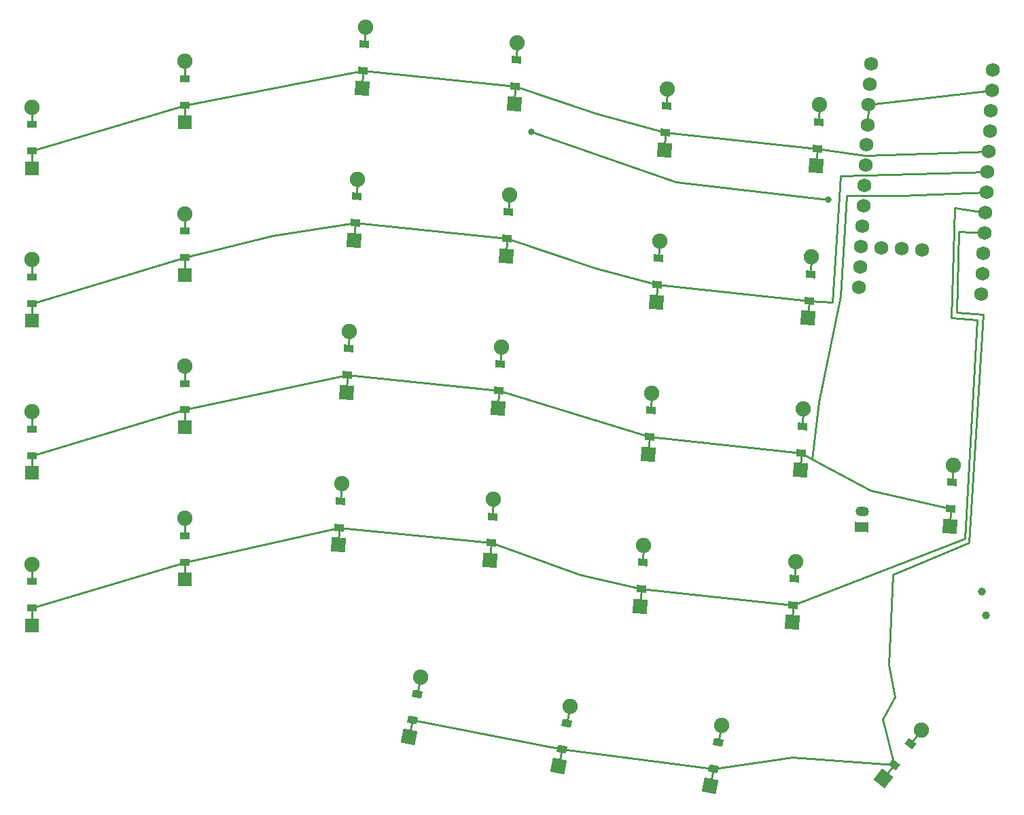
<source format=gbr>
%TF.GenerationSoftware,KiCad,Pcbnew,8.0.4*%
%TF.CreationDate,2024-09-16T15:22:01-06:00*%
%TF.ProjectId,left_board,6c656674-5f62-46f6-9172-642e6b696361,v1.0.0*%
%TF.SameCoordinates,Original*%
%TF.FileFunction,Copper,L1,Top*%
%TF.FilePolarity,Positive*%
%FSLAX46Y46*%
G04 Gerber Fmt 4.6, Leading zero omitted, Abs format (unit mm)*
G04 Created by KiCad (PCBNEW 8.0.4) date 2024-09-16 15:22:01*
%MOMM*%
%LPD*%
G01*
G04 APERTURE LIST*
G04 Aperture macros list*
%AMHorizOval*
0 Thick line with rounded ends*
0 $1 width*
0 $2 $3 position (X,Y) of the first rounded end (center of the circle)*
0 $4 $5 position (X,Y) of the second rounded end (center of the circle)*
0 Add line between two ends*
20,1,$1,$2,$3,$4,$5,0*
0 Add two circle primitives to create the rounded ends*
1,1,$1,$2,$3*
1,1,$1,$4,$5*%
%AMRotRect*
0 Rectangle, with rotation*
0 The origin of the aperture is its center*
0 $1 length*
0 $2 width*
0 $3 Rotation angle, in degrees counterclockwise*
0 Add horizontal line*
21,1,$1,$2,0,0,$3*%
G04 Aperture macros list end*
%TA.AperFunction,WasherPad*%
%ADD10C,1.000000*%
%TD*%
%TA.AperFunction,ComponentPad*%
%ADD11RotRect,1.778000X1.778000X87.000000*%
%TD*%
%TA.AperFunction,SMDPad,CuDef*%
%ADD12RotRect,0.900000X1.200000X87.000000*%
%TD*%
%TA.AperFunction,ComponentPad*%
%ADD13C,1.905000*%
%TD*%
%TA.AperFunction,ComponentPad*%
%ADD14RotRect,1.778000X1.778000X79.000000*%
%TD*%
%TA.AperFunction,SMDPad,CuDef*%
%ADD15RotRect,0.900000X1.200000X79.000000*%
%TD*%
%TA.AperFunction,ComponentPad*%
%ADD16C,1.752600*%
%TD*%
%TA.AperFunction,ComponentPad*%
%ADD17R,1.778000X1.778000*%
%TD*%
%TA.AperFunction,SMDPad,CuDef*%
%ADD18R,1.200000X0.900000*%
%TD*%
%TA.AperFunction,ComponentPad*%
%ADD19RotRect,1.200000X1.700000X87.000000*%
%TD*%
%TA.AperFunction,ComponentPad*%
%ADD20HorizOval,1.200000X-0.249657X0.013084X0.249657X-0.013084X0*%
%TD*%
%TA.AperFunction,ComponentPad*%
%ADD21RotRect,1.778000X1.778000X52.000000*%
%TD*%
%TA.AperFunction,SMDPad,CuDef*%
%ADD22RotRect,0.900000X1.200000X52.000000*%
%TD*%
%TA.AperFunction,ViaPad*%
%ADD23C,0.800000*%
%TD*%
%TA.AperFunction,Conductor*%
%ADD24C,0.250000*%
%TD*%
G04 APERTURE END LIST*
D10*
%TO.P,T1,*%
%TO.N,*%
X276326097Y-164506435D03*
X276847041Y-167460859D03*
%TD*%
D11*
%TO.P,D13,1*%
%TO.N,P115*%
X215059692Y-160632736D03*
D12*
X215172738Y-158475696D03*
%TO.P,D13,2*%
%TO.N,three_bottom*%
X215345446Y-155180218D03*
D13*
X215458492Y-153023178D03*
%TD*%
D14*
%TO.P,D25,1*%
%TO.N,P113*%
X204935649Y-182685083D03*
D15*
X205347796Y-180564768D03*
%TO.P,D25,2*%
%TO.N,near_thumb*%
X205977466Y-177325398D03*
D13*
X206389613Y-175205083D03*
%TD*%
D11*
%TO.P,D19,1*%
%TO.N,P029*%
X235773169Y-128435170D03*
D12*
X235886215Y-126278130D03*
%TO.P,D19,2*%
%TO.N,four_qwerty*%
X236058923Y-122982652D03*
D13*
X236171969Y-120825612D03*
%TD*%
D16*
%TO.P,MCU1,1*%
%TO.N,P006*%
X262495331Y-98712965D03*
%TO.P,MCU1,2*%
%TO.N,P008*%
X262362398Y-101249484D03*
%TO.P,MCU1,3*%
%TO.N,GND*%
X262229465Y-103786003D03*
%TO.P,MCU1,4*%
X262096531Y-106322522D03*
%TO.P,MCU1,5*%
%TO.N,P017*%
X261963598Y-108859041D03*
%TO.P,MCU1,6*%
%TO.N,P020*%
X261830665Y-111395561D03*
%TO.P,MCU1,7*%
%TO.N,P022*%
X261697731Y-113932080D03*
%TO.P,MCU1,8*%
%TO.N,P024*%
X261564798Y-116468599D03*
%TO.P,MCU1,9*%
%TO.N,P100*%
X261431865Y-119005118D03*
%TO.P,MCU1,10*%
%TO.N,P011*%
X261298931Y-121541637D03*
%TO.P,MCU1,11*%
%TO.N,P104*%
X261165998Y-124078156D03*
%TO.P,MCU1,12*%
%TO.N,P106*%
X261033065Y-126614675D03*
%TO.P,MCU1,13*%
%TO.N,P009*%
X276252179Y-127412275D03*
%TO.P,MCU1,14*%
%TO.N,P010*%
X276385112Y-124875756D03*
%TO.P,MCU1,15*%
%TO.N,P111*%
X276518045Y-122339237D03*
%TO.P,MCU1,16*%
%TO.N,P113*%
X276650979Y-119802718D03*
%TO.P,MCU1,17*%
%TO.N,P115*%
X276783912Y-117266199D03*
%TO.P,MCU1,18*%
%TO.N,P002*%
X276916845Y-114729679D03*
%TO.P,MCU1,19*%
%TO.N,P029*%
X277049779Y-112193160D03*
%TO.P,MCU1,20*%
%TO.N,P031*%
X277182712Y-109656641D03*
%TO.P,MCU1,21*%
%TO.N,VCC*%
X277315645Y-107120122D03*
%TO.P,MCU1,22*%
%TO.N,RST*%
X277448579Y-104583603D03*
%TO.P,MCU1,23*%
%TO.N,GND*%
X277581512Y-102047084D03*
%TO.P,MCU1,24*%
%TO.N,RAW*%
X277714445Y-99510565D03*
%TO.P,MCU1,31*%
%TO.N,P101*%
X263835450Y-121674570D03*
%TO.P,MCU1,32*%
%TO.N,P102*%
X266371969Y-121807503D03*
%TO.P,MCU1,33*%
%TO.N,P107*%
X268908488Y-121940437D03*
%TD*%
D11*
%TO.P,D14,1*%
%TO.N,P002*%
X216054075Y-141658775D03*
D12*
X216167121Y-139501735D03*
%TO.P,D14,2*%
%TO.N,three_home*%
X216339829Y-136206257D03*
D13*
X216452875Y-134049217D03*
%TD*%
D11*
%TO.P,D21,1*%
%TO.N,P115*%
X252706028Y-168376105D03*
D12*
X252819074Y-166219065D03*
%TO.P,D21,2*%
%TO.N,five_bottom*%
X252991782Y-162923587D03*
D13*
X253104828Y-160766547D03*
%TD*%
D17*
%TO.P,D7,1*%
%TO.N,P029*%
X176979120Y-125040988D03*
D18*
X176979120Y-122880988D03*
%TO.P,D7,2*%
%TO.N,one_qwerty*%
X176979120Y-119580988D03*
D13*
X176979120Y-117420988D03*
%TD*%
D17*
%TO.P,D6,1*%
%TO.N,P002*%
X176979120Y-144040988D03*
D18*
X176979120Y-141880988D03*
%TO.P,D6,2*%
%TO.N,one_home*%
X176979120Y-138580988D03*
D13*
X176979120Y-136420988D03*
%TD*%
D14*
%TO.P,D27,1*%
%TO.N,P113*%
X242475993Y-188708791D03*
D15*
X242888140Y-186588476D03*
%TO.P,D27,2*%
%TO.N,far_thumb*%
X243517810Y-183349106D03*
D13*
X243929957Y-181228791D03*
%TD*%
D19*
%TO.P,JST1,1*%
%TO.N,pos*%
X261339320Y-156501663D03*
D20*
%TO.P,JST1,2*%
%TO.N,GND*%
X261443992Y-154504403D03*
%TD*%
D14*
%TO.P,D26,1*%
%TO.N,P113*%
X223586565Y-186310454D03*
D15*
X223998712Y-184190139D03*
%TO.P,D26,2*%
%TO.N,home_thumb*%
X224628382Y-180950769D03*
D13*
X225040529Y-178830454D03*
%TD*%
D11*
%TO.P,D18,1*%
%TO.N,P002*%
X234778786Y-147409131D03*
D12*
X234891832Y-145252091D03*
%TO.P,D18,2*%
%TO.N,four_home*%
X235064540Y-141956613D03*
D13*
X235177586Y-139799573D03*
%TD*%
D11*
%TO.P,D24,1*%
%TO.N,P031*%
X255689178Y-111454221D03*
D12*
X255802224Y-109297181D03*
%TO.P,D24,2*%
%TO.N,five_number*%
X255974932Y-106001703D03*
D13*
X256087978Y-103844663D03*
%TD*%
D11*
%TO.P,D29,1*%
%TO.N,P002*%
X272360357Y-156388304D03*
D12*
X272473403Y-154231264D03*
%TO.P,D29,2*%
%TO.N,curly_square*%
X272646111Y-150935786D03*
D13*
X272759157Y-148778746D03*
%TD*%
D17*
%TO.P,D3,1*%
%TO.N,P029*%
X157979120Y-130755988D03*
D18*
X157979120Y-128595988D03*
%TO.P,D3,2*%
%TO.N,function_keys_qwerty*%
X157979120Y-125295988D03*
D13*
X157979120Y-123135988D03*
%TD*%
D11*
%TO.P,D22,1*%
%TO.N,P002*%
X253700411Y-149402144D03*
D12*
X253813457Y-147245104D03*
%TO.P,D22,2*%
%TO.N,five_home*%
X253986165Y-143949626D03*
D13*
X254099211Y-141792586D03*
%TD*%
D17*
%TO.P,D8,1*%
%TO.N,P031*%
X176979120Y-106040988D03*
D18*
X176979120Y-103880988D03*
%TO.P,D8,2*%
%TO.N,one_number*%
X176979120Y-100580988D03*
D13*
X176979120Y-98420988D03*
%TD*%
D11*
%TO.P,D15,1*%
%TO.N,P029*%
X217048458Y-122684813D03*
D12*
X217161504Y-120527773D03*
%TO.P,D15,2*%
%TO.N,three_qwerty*%
X217334212Y-117232295D03*
D13*
X217447258Y-115075255D03*
%TD*%
D11*
%TO.P,D12,1*%
%TO.N,P031*%
X199118730Y-101765274D03*
D12*
X199231776Y-99608234D03*
%TO.P,D12,2*%
%TO.N,two_number*%
X199404484Y-96312756D03*
D13*
X199517530Y-94155716D03*
%TD*%
D11*
%TO.P,D10,1*%
%TO.N,P002*%
X197129964Y-139713197D03*
D12*
X197243010Y-137556157D03*
%TO.P,D10,2*%
%TO.N,two_home*%
X197415718Y-134260679D03*
D13*
X197528764Y-132103639D03*
%TD*%
D11*
%TO.P,D23,1*%
%TO.N,P029*%
X254694794Y-130428182D03*
D12*
X254807840Y-128271142D03*
%TO.P,D23,2*%
%TO.N,five_qwerty*%
X254980548Y-124975664D03*
D13*
X255093594Y-122818624D03*
%TD*%
D11*
%TO.P,D17,1*%
%TO.N,P115*%
X233784403Y-166383092D03*
D12*
X233897449Y-164226052D03*
%TO.P,D17,2*%
%TO.N,four_bottom*%
X234070157Y-160930574D03*
D13*
X234183203Y-158773534D03*
%TD*%
D17*
%TO.P,D2,1*%
%TO.N,P002*%
X157979120Y-149755988D03*
D18*
X157979120Y-147595988D03*
%TO.P,D2,2*%
%TO.N,function_keys_home*%
X157979120Y-144295988D03*
D13*
X157979120Y-142135988D03*
%TD*%
D17*
%TO.P,D1,1*%
%TO.N,P115*%
X157979120Y-168755988D03*
D18*
X157979120Y-166595988D03*
%TO.P,D1,2*%
%TO.N,function_keys_bottom*%
X157979120Y-163295988D03*
D13*
X157979120Y-161135988D03*
%TD*%
D21*
%TO.P,D28,1*%
%TO.N,P113*%
X264087281Y-187829376D03*
D22*
X265417110Y-186127273D03*
%TO.P,D28,2*%
%TO.N,space_thumb*%
X267448792Y-183526837D03*
D13*
X268778621Y-181824734D03*
%TD*%
D17*
%TO.P,D4,1*%
%TO.N,P031*%
X157979120Y-111755988D03*
D18*
X157979120Y-109595988D03*
%TO.P,D4,2*%
%TO.N,function_keys_number*%
X157979120Y-106295988D03*
D13*
X157979120Y-104135988D03*
%TD*%
D17*
%TO.P,D5,1*%
%TO.N,P115*%
X176979120Y-163040988D03*
D18*
X176979120Y-160880988D03*
%TO.P,D5,2*%
%TO.N,one_bottom*%
X176979120Y-157580988D03*
D13*
X176979120Y-155420988D03*
%TD*%
D11*
%TO.P,D20,1*%
%TO.N,P031*%
X236767552Y-109461208D03*
D12*
X236880598Y-107304168D03*
%TO.P,D20,2*%
%TO.N,four_number*%
X237053306Y-104008690D03*
D13*
X237166352Y-101851650D03*
%TD*%
D11*
%TO.P,D9,1*%
%TO.N,P115*%
X196135580Y-158687158D03*
D12*
X196248626Y-156530118D03*
%TO.P,D9,2*%
%TO.N,two_bottom*%
X196421334Y-153234640D03*
D13*
X196534380Y-151077600D03*
%TD*%
D11*
%TO.P,D11,1*%
%TO.N,P029*%
X198124347Y-120739236D03*
D12*
X198237393Y-118582196D03*
%TO.P,D11,2*%
%TO.N,two_qwerty*%
X198410101Y-115286718D03*
D13*
X198523147Y-113129678D03*
%TD*%
D11*
%TO.P,D16,1*%
%TO.N,P031*%
X218042841Y-103710852D03*
D12*
X218155887Y-101553812D03*
%TO.P,D16,2*%
%TO.N,three_number*%
X218328595Y-98258334D03*
D13*
X218441641Y-96101294D03*
%TD*%
D23*
%TO.N,P100*%
X257229120Y-115695988D03*
X220229120Y-107195988D03*
%TD*%
D24*
%TO.N,function_keys_bottom*%
X157979120Y-161135988D02*
X157979120Y-163295988D01*
%TO.N,function_keys_home*%
X157979120Y-142135988D02*
X157979120Y-144295988D01*
%TO.N,function_keys_qwerty*%
X157979120Y-125295988D02*
X157979120Y-123135988D01*
%TO.N,function_keys_number*%
X157979120Y-106295988D02*
X157979120Y-104135988D01*
%TO.N,one_bottom*%
X176979120Y-157580988D02*
X176979120Y-155420988D01*
%TO.N,one_home*%
X176979120Y-138580988D02*
X176979120Y-136420988D01*
%TO.N,one_qwerty*%
X176979120Y-119580988D02*
X176979120Y-117420988D01*
%TO.N,one_number*%
X176979120Y-100580988D02*
X176979120Y-98420988D01*
%TO.N,two_bottom*%
X196421334Y-153234640D02*
X196534380Y-151077600D01*
%TO.N,two_home*%
X197528764Y-132103639D02*
X197415718Y-134260679D01*
%TO.N,two_qwerty*%
X198410101Y-115286718D02*
X198523147Y-113129678D01*
%TO.N,two_number*%
X199404484Y-96312756D02*
X199517530Y-94155716D01*
%TO.N,P100*%
X238229120Y-113445988D02*
X257229120Y-115695988D01*
X220229120Y-107195988D02*
X238229120Y-113445988D01*
%TO.N,three_bottom*%
X215345446Y-155180218D02*
X215458492Y-153023178D01*
%TO.N,three_home*%
X216339829Y-136206257D02*
X216452875Y-134049217D01*
%TO.N,three_qwerty*%
X217334212Y-117232295D02*
X217447258Y-115075255D01*
%TO.N,three_number*%
X218328595Y-98258334D02*
X218441641Y-96101294D01*
%TO.N,four_bottom*%
X234070157Y-160930574D02*
X234183203Y-158773534D01*
%TO.N,four_home*%
X235064540Y-141956613D02*
X235177586Y-139799573D01*
%TO.N,four_qwerty*%
X236058923Y-122982652D02*
X236171969Y-120825612D01*
%TO.N,four_number*%
X237053306Y-104008690D02*
X237166352Y-101851650D01*
%TO.N,five_bottom*%
X252991782Y-162923587D02*
X253104828Y-160766547D01*
%TO.N,five_home*%
X253986165Y-143949626D02*
X254099211Y-141792586D01*
%TO.N,five_qwerty*%
X254980548Y-124975664D02*
X255093594Y-122818624D01*
%TO.N,five_number*%
X255974932Y-106001703D02*
X256087978Y-103844663D01*
%TO.N,near_thumb*%
X205977466Y-177325398D02*
X206389613Y-175205083D01*
%TO.N,home_thumb*%
X224628382Y-180950769D02*
X225040529Y-178830454D01*
%TO.N,far_thumb*%
X243517810Y-183349106D02*
X243929957Y-181228791D01*
%TO.N,space_thumb*%
X267448792Y-183526837D02*
X268778621Y-181824734D01*
%TO.N,curly_square*%
X272646111Y-150935786D02*
X272759157Y-148778746D01*
%TO.N,P115*%
X272479120Y-130445988D02*
X272979120Y-116695988D01*
X274229120Y-157945988D02*
X275729120Y-130695988D01*
X157979120Y-166595988D02*
X157979120Y-168755988D01*
X215172738Y-158475696D02*
X226229120Y-162445988D01*
X176979120Y-163040988D02*
X176979120Y-160880988D01*
X196248626Y-156530118D02*
X215172738Y-158475696D01*
X233784403Y-166383092D02*
X233897449Y-164226052D01*
X226229120Y-162445988D02*
X233897449Y-164226052D01*
X196135580Y-158687158D02*
X196248626Y-156530118D01*
X272979120Y-116695988D02*
X276783912Y-117266199D01*
X252819074Y-166219065D02*
X274229120Y-157945988D01*
X275729120Y-130695988D02*
X272479120Y-130445988D01*
X233897449Y-164226052D02*
X252819074Y-166219065D01*
X252706028Y-168376105D02*
X252819074Y-166219065D01*
X157979120Y-166595988D02*
X176979120Y-160880988D01*
X215059692Y-160632736D02*
X215172738Y-158475696D01*
X176979120Y-160880988D02*
X196248626Y-156530118D01*
%TO.N,P002*%
X176979120Y-141880988D02*
X197243010Y-137556157D01*
X157979120Y-147595988D02*
X157979120Y-149755988D01*
X272360357Y-156388304D02*
X272473403Y-154231264D01*
X197243010Y-137556157D02*
X216167121Y-139501735D01*
X253813457Y-147245104D02*
X255185635Y-147989473D01*
X216167121Y-139501735D02*
X234891832Y-145252091D01*
X197129964Y-139713197D02*
X197243010Y-137556157D01*
X234891832Y-145252091D02*
X253813457Y-147245104D01*
X258729120Y-127695988D02*
X259479120Y-115195988D01*
X253700411Y-149402144D02*
X253813457Y-147245104D01*
X255979120Y-140945988D02*
X258729120Y-127695988D01*
X255185635Y-147989473D02*
X255979120Y-140945988D01*
X259479120Y-115195988D02*
X266229120Y-115195988D01*
X234778786Y-147409131D02*
X234891832Y-145252091D01*
X216054075Y-141658775D02*
X216167121Y-139501735D01*
X157979120Y-147595988D02*
X176979120Y-141880988D01*
X262479120Y-151945988D02*
X272473403Y-154231264D01*
X176979120Y-144040988D02*
X176979120Y-141880988D01*
X266229120Y-115195988D02*
X276916845Y-114729679D01*
X255185635Y-147989473D02*
X262479120Y-151945988D01*
%TO.N,P029*%
X257729120Y-128445988D02*
X258729120Y-112695988D01*
X187979120Y-120195988D02*
X198237393Y-118582196D01*
X198124347Y-120739236D02*
X198237393Y-118582196D01*
X235886215Y-126278130D02*
X254807840Y-128271142D01*
X176979120Y-122880988D02*
X187979120Y-120195988D01*
X157979120Y-128595988D02*
X176979120Y-122880988D01*
X198237393Y-118582196D02*
X217161504Y-120527773D01*
X258729120Y-112695988D02*
X277049779Y-112193160D01*
X254694794Y-130428182D02*
X254807840Y-128271142D01*
X254807840Y-128271142D02*
X257729120Y-128445988D01*
X228229120Y-124195988D02*
X235886215Y-126278130D01*
X176979120Y-125040988D02*
X176979120Y-122880988D01*
X217048458Y-122684813D02*
X217161504Y-120527773D01*
X157979120Y-130755988D02*
X157979120Y-128595988D01*
X235773169Y-128435170D02*
X235886215Y-126278130D01*
X217161504Y-120527773D02*
X228229120Y-124195988D01*
%TO.N,P031*%
X218155887Y-101553812D02*
X228229120Y-104945988D01*
X255689178Y-111454221D02*
X255802224Y-109297181D01*
X176979120Y-103880988D02*
X199231776Y-99608234D01*
X199231776Y-99608234D02*
X218155887Y-101553812D01*
X157979120Y-111755988D02*
X157979120Y-109595988D01*
X199118730Y-101765274D02*
X199231776Y-99608234D01*
X218042841Y-103710852D02*
X218155887Y-101553812D01*
X228229120Y-104945988D02*
X236880598Y-107304168D01*
X157979120Y-109595988D02*
X176979120Y-103880988D01*
X176979120Y-106040988D02*
X176979120Y-103880988D01*
X261729120Y-110195988D02*
X277182712Y-109656641D01*
X255802224Y-109297181D02*
X261729120Y-110195988D01*
X236767552Y-109461208D02*
X236880598Y-107304168D01*
X236880598Y-107304168D02*
X255802224Y-109297181D01*
%TO.N,P113*%
X242475993Y-188708791D02*
X242888140Y-186588476D01*
X274729120Y-158445988D02*
X276479120Y-129945988D01*
X264729120Y-173695988D02*
X265229120Y-162445988D01*
X265229120Y-162445988D02*
X274729120Y-158445988D01*
X223586565Y-186310454D02*
X223998712Y-184190139D01*
X265479120Y-177695988D02*
X264729120Y-173695988D01*
X204935649Y-182685083D02*
X205347796Y-180564768D01*
X276479120Y-129945988D02*
X273229120Y-129695988D01*
X205347796Y-180564768D02*
X223998712Y-184190139D01*
X264087281Y-187829376D02*
X265417110Y-186127273D01*
X273479120Y-119695988D02*
X276650979Y-119802718D01*
X252729120Y-185195988D02*
X265417110Y-186127273D01*
X263979120Y-180445988D02*
X265479120Y-177695988D01*
X265417110Y-186127273D02*
X263979120Y-180445988D01*
X223998712Y-184190139D02*
X242888140Y-186588476D01*
X273229120Y-129695988D02*
X273479120Y-119695988D01*
X242888140Y-186588476D02*
X252729120Y-185195988D01*
%TO.N,GND*%
X262229465Y-103786003D02*
X277581512Y-102047084D01*
X262096531Y-106322522D02*
X262229465Y-103786003D01*
%TD*%
M02*

</source>
